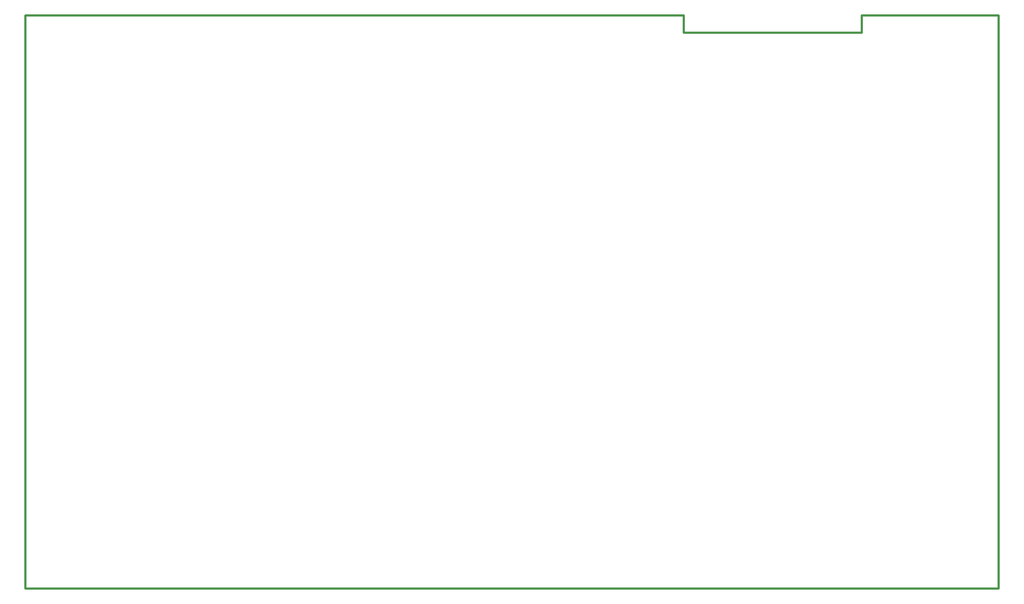
<source format=gm1>
%FSLAX44Y44*%
%MOMM*%
G71*
G01*
G75*
G04 Layer_Color=16711935*
%ADD10C,0.2000*%
%ADD11R,2.0000X3.0000*%
%ADD12R,1.0000X1.5000*%
%ADD13R,0.7000X1.5000*%
%ADD14R,1.0000X2.2000*%
%ADD15R,2.6000X1.8000*%
%ADD16R,2.4000X2.5000*%
%ADD17R,2.6000X2.2000*%
%ADD18R,3.5000X1.2000*%
%ADD19R,0.9500X1.6500*%
%ADD20R,0.9900X0.6900*%
%ADD21R,0.7500X1.3000*%
%ADD22R,1.0000X1.9000*%
%ADD23R,6.8000X6.9000*%
%ADD24P,1.4142X4X180.0*%
%ADD25P,1.4142X4X90.0*%
%ADD26O,0.4500X1.7000*%
%ADD27R,5.3000X5.3000*%
%ADD28O,0.3000X0.8000*%
%ADD29O,0.8000X0.3000*%
%ADD30R,2.0000X0.6000*%
%ADD31O,2.1000X0.6000*%
%ADD32R,1.5500X0.2500*%
%ADD33R,0.2500X1.5500*%
%ADD34R,0.6500X1.7500*%
%ADD35O,2.0320X0.8890*%
%ADD36R,2.0320X0.8890*%
%ADD37R,1.4500X2.0000*%
%ADD38R,0.8000X1.5000*%
%ADD39R,5.5000X2.0000*%
%ADD40R,1.3000X1.9000*%
%ADD41C,0.3500*%
%ADD42R,1.3000X0.7500*%
%ADD43R,2.0000X5.5000*%
%ADD44R,0.6900X0.9900*%
%ADD45R,1.2000X3.5000*%
%ADD46C,2.5000*%
%ADD47C,0.1500*%
%ADD48C,1.0000*%
%ADD49C,0.5000*%
%ADD50C,0.1250*%
%ADD51C,0.2500*%
%ADD52C,1.5000*%
%ADD53C,1.8000*%
%ADD54R,1.6510X1.6510*%
%ADD55C,1.6510*%
%ADD56C,1.9000*%
%ADD57R,1.9000X1.9000*%
%ADD58O,3.2000X1.4000*%
%ADD59O,1.3000X3.5000*%
%ADD60O,3.7000X1.4000*%
%ADD61R,3.6000X2.6000*%
%ADD62C,1.8000*%
%ADD63C,2.4000*%
%ADD64C,3.0000*%
%ADD65R,2.5000X2.5000*%
%ADD66C,2.5000*%
%ADD67C,5.0000*%
%ADD68C,1.8000*%
%ADD69R,1.8000X1.8000*%
%ADD70C,4.6000*%
%ADD71O,3.0000X1.4000*%
%ADD72O,1.4000X3.0000*%
%ADD73C,1.7000*%
%ADD74O,1.4000X2.0000*%
%ADD75C,2.5400*%
%ADD76R,2.0320X2.0320*%
%ADD77C,2.0320*%
%ADD78C,1.5000*%
%ADD79R,1.5000X1.5000*%
%ADD80R,1.6510X1.6510*%
%ADD81C,1.2000*%
%ADD82R,1.2000X1.2000*%
%ADD83C,7.0000*%
%ADD84C,0.6000*%
%ADD85C,0.4000*%
%ADD86C,1.0000*%
%ADD87C,0.2540*%
%ADD88C,0.1778*%
%ADD89C,0.6000*%
%ADD90C,0.1250*%
%ADD91C,0.2032*%
%ADD92C,0.0100*%
%ADD93C,0.0800*%
%ADD94C,0.1270*%
%ADD95R,1.0000X3.2500*%
%ADD96R,0.9000X1.4500*%
%ADD97R,1.1000X0.2000*%
%ADD98R,1.0000X1.0000*%
%ADD99R,1.0001X3.2500*%
%ADD100R,1.0000X3.2500*%
%ADD101R,3.2500X1.0000*%
%ADD102R,2.2032X3.2032*%
%ADD103R,1.2032X1.7032*%
%ADD104R,0.9032X1.7032*%
%ADD105R,1.2032X2.4032*%
%ADD106R,2.8032X2.0032*%
%ADD107R,2.6032X2.7032*%
%ADD108R,2.8032X2.4032*%
%ADD109R,3.7032X1.4032*%
%ADD110R,1.1532X1.8532*%
%ADD111R,1.1932X0.8932*%
%ADD112R,0.9532X1.5032*%
%ADD113R,1.2032X2.1032*%
%ADD114R,7.0032X7.1032*%
%ADD115P,1.7016X4X180.0*%
%ADD116P,1.7016X4X90.0*%
%ADD117O,0.6532X1.9032*%
%ADD118R,5.5032X5.5032*%
%ADD119O,0.5032X1.0032*%
%ADD120O,1.0032X0.5032*%
%ADD121R,2.2032X0.8032*%
%ADD122O,2.3032X0.8032*%
%ADD123R,1.7532X0.4532*%
%ADD124R,0.4532X1.7532*%
%ADD125R,0.8532X1.9532*%
%ADD126O,2.2352X1.0922*%
%ADD127R,2.2352X1.0922*%
%ADD128R,1.6532X2.2032*%
%ADD129R,1.0032X1.7032*%
%ADD130R,5.7032X2.2032*%
%ADD131R,1.5032X2.1032*%
%ADD132C,0.5532*%
%ADD133R,1.5032X0.9532*%
%ADD134R,2.2032X5.7032*%
%ADD135R,0.8932X1.1932*%
%ADD136R,1.4032X3.7032*%
%ADD137R,1.8542X1.8542*%
%ADD138C,1.8542*%
%ADD139R,0.2032X0.2032*%
%ADD140C,2.1032*%
%ADD141R,2.1032X2.1032*%
%ADD142O,3.4032X1.6032*%
%ADD143O,1.5032X3.7032*%
%ADD144O,3.9032X1.6032*%
%ADD145R,3.8032X2.8032*%
%ADD146C,2.0032*%
%ADD147C,2.6032*%
%ADD148C,3.2032*%
%ADD149R,2.7032X2.7032*%
%ADD150C,2.7032*%
%ADD151C,5.2032*%
%ADD152C,2.0032*%
%ADD153R,2.0032X2.0032*%
%ADD154C,4.8032*%
%ADD155O,3.2032X1.6032*%
%ADD156O,1.6032X3.2032*%
%ADD157C,1.9032*%
%ADD158O,1.6032X2.2032*%
%ADD159C,2.7432*%
%ADD160R,2.2352X2.2352*%
%ADD161C,2.2352*%
%ADD162C,1.7032*%
%ADD163R,1.7032X1.7032*%
%ADD164R,1.8542X1.8542*%
%ADD165C,1.4032*%
%ADD166R,1.4032X1.4032*%
%ADD167C,7.2032*%
%ADD168C,1.2032*%
D49*
X2240000Y-0D02*
Y1320000D01*
X0Y-0D02*
X2240000D01*
X0D02*
Y1320000D01*
X1515000Y1280000D02*
Y1320000D01*
Y1280000D02*
X1925000D01*
Y1320000D01*
X2240000D01*
X0D02*
X1515000D01*
X0Y1320000D02*
X0Y1320000D01*
X2240000Y-0D02*
Y1320000D01*
X0Y-0D02*
X2240000D01*
X0D02*
Y1320000D01*
X1515000Y1280000D02*
Y1320000D01*
Y1280000D02*
X1925000D01*
Y1320000D01*
X2240000D01*
X0D02*
X1515000D01*
X0Y1320000D02*
X0Y1320000D01*
M02*

</source>
